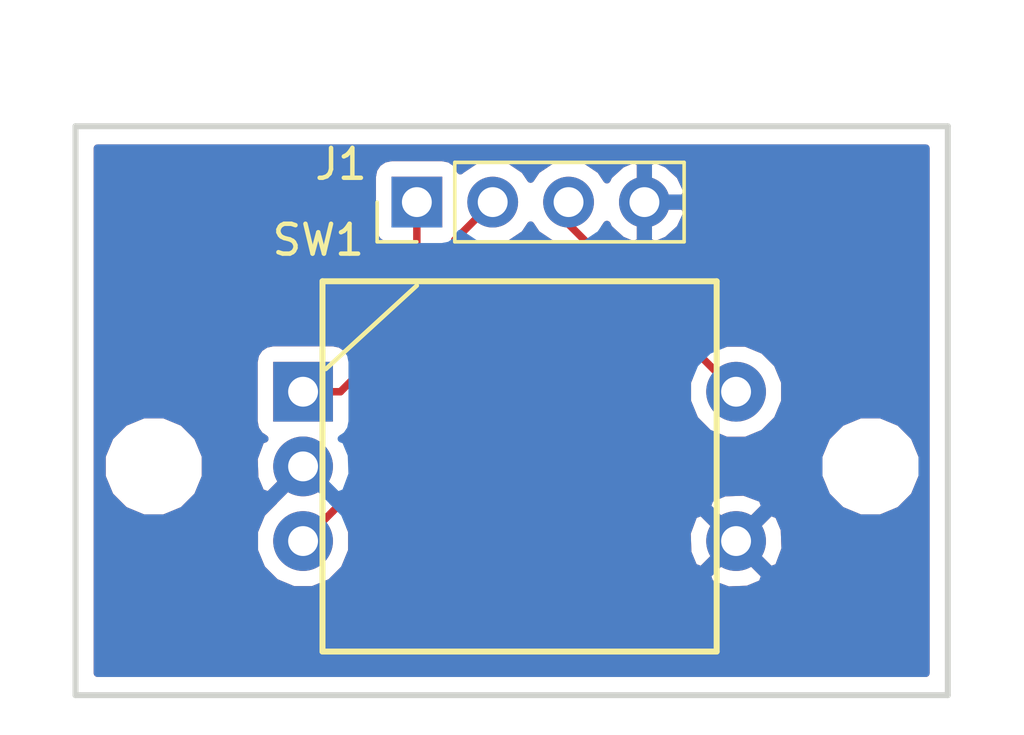
<source format=kicad_pcb>
(kicad_pcb (version 20171130) (host pcbnew "(5.0.2)-1")

  (general
    (thickness 1.6)
    (drawings 4)
    (tracks 9)
    (zones 0)
    (modules 4)
    (nets 5)
  )

  (page A4)
  (layers
    (0 F.Cu signal)
    (31 B.Cu signal)
    (32 B.Adhes user)
    (33 F.Adhes user)
    (34 B.Paste user)
    (35 F.Paste user)
    (36 B.SilkS user)
    (37 F.SilkS user)
    (38 B.Mask user)
    (39 F.Mask user)
    (40 Dwgs.User user)
    (41 Cmts.User user)
    (42 Eco1.User user)
    (43 Eco2.User user)
    (44 Edge.Cuts user)
    (45 Margin user)
    (46 B.CrtYd user)
    (47 F.CrtYd user)
    (48 B.Fab user)
    (49 F.Fab user)
  )

  (setup
    (last_trace_width 0.25)
    (trace_clearance 0.2)
    (zone_clearance 0.508)
    (zone_45_only no)
    (trace_min 0.2)
    (segment_width 0.2)
    (edge_width 0.2)
    (via_size 0.8)
    (via_drill 0.4)
    (via_min_size 0.4)
    (via_min_drill 0.3)
    (uvia_size 0.3)
    (uvia_drill 0.1)
    (uvias_allowed no)
    (uvia_min_size 0.2)
    (uvia_min_drill 0.1)
    (pcb_text_width 0.3)
    (pcb_text_size 1.5 1.5)
    (mod_edge_width 0.15)
    (mod_text_size 1 1)
    (mod_text_width 0.15)
    (pad_size 2.1 2)
    (pad_drill 0)
    (pad_to_mask_clearance 0.051)
    (solder_mask_min_width 0.25)
    (aux_axis_origin 0 0)
    (grid_origin 141.324001 100.33)
    (visible_elements FFFFFF7F)
    (pcbplotparams
      (layerselection 0x010fc_ffffffff)
      (usegerberextensions false)
      (usegerberattributes false)
      (usegerberadvancedattributes false)
      (creategerberjobfile false)
      (excludeedgelayer true)
      (linewidth 0.100000)
      (plotframeref false)
      (viasonmask false)
      (mode 1)
      (useauxorigin false)
      (hpglpennumber 1)
      (hpglpenspeed 20)
      (hpglpendiameter 15.000000)
      (psnegative false)
      (psa4output false)
      (plotreference true)
      (plotvalue true)
      (plotinvisibletext false)
      (padsonsilk false)
      (subtractmaskfromsilk false)
      (outputformat 1)
      (mirror false)
      (drillshape 1)
      (scaleselection 1)
      (outputdirectory ""))
  )

  (net 0 "")
  (net 1 /A)
  (net 2 /GND)
  (net 3 /B)
  (net 4 /SW)

  (net_class Default "This is the default net class."
    (clearance 0.2)
    (trace_width 0.25)
    (via_dia 0.8)
    (via_drill 0.4)
    (uvia_dia 0.3)
    (uvia_drill 0.1)
    (add_net /A)
    (add_net /B)
    (add_net /GND)
    (add_net /SW)
  )

  (module MountingHole:MountingHole_2.2mm_M2 (layer F.Cu) (tedit 5C76A497) (tstamp 5C76AD1F)
    (at 136.324001 102.83)
    (descr "Mounting Hole 2.2mm, no annular, M2")
    (tags "mounting hole 2.2mm no annular m2")
    (path /5C76A78E)
    (attr virtual)
    (fp_text reference H1 (at 0 -3.2) (layer F.SilkS) hide
      (effects (font (size 1 1) (thickness 0.15)))
    )
    (fp_text value MountingHole (at 0 3.2) (layer F.Fab)
      (effects (font (size 1 1) (thickness 0.15)))
    )
    (fp_text user %R (at 0.3 0) (layer F.Fab)
      (effects (font (size 1 1) (thickness 0.15)))
    )
    (fp_circle (center 0 0) (end 2.2 0) (layer Cmts.User) (width 0.15))
    (fp_circle (center 0 0) (end 2.45 0) (layer F.CrtYd) (width 0.05))
    (pad 1 np_thru_hole circle (at 0 0) (size 2.2 2.2) (drill 2.2) (layers *.Cu *.Mask))
  )

  (module MountingHole:MountingHole_2.2mm_M2 (layer F.Cu) (tedit 5C76A494) (tstamp 5C76AD27)
    (at 160.324001 102.83)
    (descr "Mounting Hole 2.2mm, no annular, M2")
    (tags "mounting hole 2.2mm no annular m2")
    (path /5C76A7FA)
    (attr virtual)
    (fp_text reference H2 (at 0 -3.2) (layer F.SilkS) hide
      (effects (font (size 1 1) (thickness 0.15)))
    )
    (fp_text value MountingHole (at 0 3.2) (layer F.Fab)
      (effects (font (size 1 1) (thickness 0.15)))
    )
    (fp_circle (center 0 0) (end 2.45 0) (layer F.CrtYd) (width 0.05))
    (fp_circle (center 0 0) (end 2.2 0) (layer Cmts.User) (width 0.15))
    (fp_text user %R (at 0.3 0) (layer F.Fab)
      (effects (font (size 1 1) (thickness 0.15)))
    )
    (pad 1 np_thru_hole circle (at 0 0) (size 2.2 2.2) (drill 2.2) (layers *.Cu *.Mask))
  )

  (module User:EC12B24S2033ZZZ (layer F.Cu) (tedit 5C77C520) (tstamp 5C76AD3B)
    (at 141.324001 100.33)
    (path /5C766288)
    (fp_text reference SW1 (at 0.508 -5.08) (layer F.SilkS)
      (effects (font (size 1 1) (thickness 0.15)))
    )
    (fp_text value Rotary_Encoder_Switch (at 7.366 10.668) (layer F.Fab)
      (effects (font (size 1 1) (thickness 0.15)))
    )
    (fp_line (start -1.524 9.398) (end 15.748 9.398) (layer F.CrtYd) (width 0.2))
    (fp_line (start -1.524 -4.318) (end 15.748 -4.318) (layer F.CrtYd) (width 0.2))
    (fp_line (start -1.524 9.398) (end -1.524 -4.318) (layer F.CrtYd) (width 0.2))
    (fp_line (start 15.748 9.398) (end 15.748 -4.318) (layer F.CrtYd) (width 0.2))
    (fp_line (start 0.65 -3.7) (end 13.85 -3.7) (layer F.SilkS) (width 0.2))
    (fp_line (start 13.85 8.7) (end 13.85 -3.7) (layer F.SilkS) (width 0.2))
    (fp_line (start 0.65 8.7) (end 0.65 -3.7) (layer F.SilkS) (width 0.2))
    (fp_line (start 0.65 8.7) (end 13.85 8.7) (layer F.SilkS) (width 0.2))
    (fp_line (start 3.81 -3.556) (end 0.762 -0.762) (layer F.SilkS) (width 0.15))
    (pad A thru_hole rect (at 0 0) (size 2 2) (drill 1) (layers *.Cu *.Mask)
      (net 1 /A))
    (pad C thru_hole circle (at 0 2.5) (size 2 2) (drill 1) (layers *.Cu *.Mask)
      (net 2 /GND))
    (pad B thru_hole circle (at 0 5) (size 2 2) (drill 1) (layers *.Cu *.Mask)
      (net 3 /B))
    (pad S1 thru_hole circle (at 14.5 0) (size 2 2) (drill 1) (layers *.Cu *.Mask)
      (net 4 /SW))
    (pad S2 thru_hole circle (at 14.5 5) (size 2 2) (drill 1) (layers *.Cu *.Mask)
      (net 2 /GND))
    (pad "" smd rect (at 7.5 8.1) (size 2.1 2) (layers F.Cu F.Paste F.Mask)
      (net 2 /GND))
    (pad "" smd rect (at 7.5 -3.1) (size 2.1 2) (layers F.Cu F.Paste F.Mask)
      (net 2 /GND))
  )

  (module Connector_PinHeader_2.54mm:PinHeader_1x04_P2.54mm_Vertical (layer F.Cu) (tedit 59FED5CC) (tstamp 5C77FB54)
    (at 145.134001 93.98 90)
    (descr "Through hole straight pin header, 1x04, 2.54mm pitch, single row")
    (tags "Through hole pin header THT 1x04 2.54mm single row")
    (path /5C76A352)
    (fp_text reference J1 (at 1.27 -2.54 180) (layer F.SilkS)
      (effects (font (size 1 1) (thickness 0.15)))
    )
    (fp_text value Conn_01x04_Male (at 0 9.95 90) (layer F.Fab)
      (effects (font (size 1 1) (thickness 0.15)))
    )
    (fp_line (start -0.635 -1.27) (end 1.27 -1.27) (layer F.Fab) (width 0.1))
    (fp_line (start 1.27 -1.27) (end 1.27 8.89) (layer F.Fab) (width 0.1))
    (fp_line (start 1.27 8.89) (end -1.27 8.89) (layer F.Fab) (width 0.1))
    (fp_line (start -1.27 8.89) (end -1.27 -0.635) (layer F.Fab) (width 0.1))
    (fp_line (start -1.27 -0.635) (end -0.635 -1.27) (layer F.Fab) (width 0.1))
    (fp_line (start -1.33 8.95) (end 1.33 8.95) (layer F.SilkS) (width 0.12))
    (fp_line (start -1.33 1.27) (end -1.33 8.95) (layer F.SilkS) (width 0.12))
    (fp_line (start 1.33 1.27) (end 1.33 8.95) (layer F.SilkS) (width 0.12))
    (fp_line (start -1.33 1.27) (end 1.33 1.27) (layer F.SilkS) (width 0.12))
    (fp_line (start -1.33 0) (end -1.33 -1.33) (layer F.SilkS) (width 0.12))
    (fp_line (start -1.33 -1.33) (end 0 -1.33) (layer F.SilkS) (width 0.12))
    (fp_line (start -1.8 -1.8) (end -1.8 9.4) (layer F.CrtYd) (width 0.05))
    (fp_line (start -1.8 9.4) (end 1.8 9.4) (layer F.CrtYd) (width 0.05))
    (fp_line (start 1.8 9.4) (end 1.8 -1.8) (layer F.CrtYd) (width 0.05))
    (fp_line (start 1.8 -1.8) (end -1.8 -1.8) (layer F.CrtYd) (width 0.05))
    (fp_text user %R (at 0 3.81 180) (layer F.Fab)
      (effects (font (size 1 1) (thickness 0.15)))
    )
    (pad 1 thru_hole rect (at 0 0 90) (size 1.7 1.7) (drill 1) (layers *.Cu *.Mask)
      (net 1 /A))
    (pad 2 thru_hole oval (at 0 2.54 90) (size 1.7 1.7) (drill 1) (layers *.Cu *.Mask)
      (net 3 /B))
    (pad 3 thru_hole oval (at 0 5.08 90) (size 1.7 1.7) (drill 1) (layers *.Cu *.Mask)
      (net 4 /SW))
    (pad 4 thru_hole oval (at 0 7.62 90) (size 1.7 1.7) (drill 1) (layers *.Cu *.Mask)
      (net 2 /GND))
    (model ${KISYS3DMOD}/Connector_PinHeader_2.54mm.3dshapes/PinHeader_1x04_P2.54mm_Vertical.wrl
      (at (xyz 0 0 0))
      (scale (xyz 1 1 1))
      (rotate (xyz 0 0 0))
    )
  )

  (gr_line (start 133.704001 110.49) (end 133.704001 91.44) (layer Edge.Cuts) (width 0.2))
  (gr_line (start 162.914001 110.49) (end 133.704001 110.49) (layer Edge.Cuts) (width 0.2))
  (gr_line (start 162.914001 91.44) (end 162.914001 110.49) (layer Edge.Cuts) (width 0.2))
  (gr_line (start 133.704001 91.44) (end 162.914001 91.44) (layer Edge.Cuts) (width 0.2))

  (segment (start 142.574001 100.33) (end 141.324001 100.33) (width 0.25) (layer F.Cu) (net 1))
  (segment (start 145.134001 97.77) (end 142.574001 100.33) (width 0.25) (layer F.Cu) (net 1))
  (segment (start 145.134001 93.98) (end 145.134001 97.77) (width 0.25) (layer F.Cu) (net 1))
  (segment (start 142.324 104.330001) (end 141.324001 105.33) (width 0.25) (layer F.Cu) (net 3))
  (segment (start 146.404001 100.25) (end 142.324 104.330001) (width 0.25) (layer F.Cu) (net 3))
  (segment (start 146.404001 95.25) (end 146.404001 100.25) (width 0.25) (layer F.Cu) (net 3))
  (segment (start 147.674001 93.98) (end 146.404001 95.25) (width 0.25) (layer F.Cu) (net 3))
  (segment (start 150.214001 94.72) (end 150.214001 93.98) (width 0.25) (layer F.Cu) (net 4))
  (segment (start 155.824001 100.33) (end 150.214001 94.72) (width 0.25) (layer F.Cu) (net 4))

  (zone (net 2) (net_name /GND) (layer F.Cu) (tstamp 0) (hatch edge 0.508)
    (connect_pads (clearance 0.508))
    (min_thickness 0.254)
    (fill yes (arc_segments 16) (thermal_gap 0.508) (thermal_bridge_width 0.508))
    (polygon
      (pts
        (xy 133.704001 91.44) (xy 162.914001 91.44) (xy 162.914001 110.49) (xy 133.704001 110.49)
      )
    )
    (filled_polygon
      (pts
        (xy 162.179002 109.755) (xy 150.426701 109.755) (xy 150.509001 109.55631) (xy 150.509001 108.71575) (xy 150.350251 108.557)
        (xy 148.951001 108.557) (xy 148.951001 108.577) (xy 148.697001 108.577) (xy 148.697001 108.557) (xy 147.297751 108.557)
        (xy 147.139001 108.71575) (xy 147.139001 109.55631) (xy 147.221301 109.755) (xy 134.439001 109.755) (xy 134.439001 107.30369)
        (xy 147.139001 107.30369) (xy 147.139001 108.14425) (xy 147.297751 108.303) (xy 148.697001 108.303) (xy 148.697001 106.95375)
        (xy 148.951001 106.95375) (xy 148.951001 108.303) (xy 150.350251 108.303) (xy 150.509001 108.14425) (xy 150.509001 107.30369)
        (xy 150.412328 107.070301) (xy 150.233699 106.891673) (xy 150.00031 106.795) (xy 149.109751 106.795) (xy 148.951001 106.95375)
        (xy 148.697001 106.95375) (xy 148.538251 106.795) (xy 147.647692 106.795) (xy 147.414303 106.891673) (xy 147.235674 107.070301)
        (xy 147.139001 107.30369) (xy 134.439001 107.30369) (xy 134.439001 102.484887) (xy 134.589001 102.484887) (xy 134.589001 103.175113)
        (xy 134.853139 103.812799) (xy 135.341202 104.300862) (xy 135.978888 104.565) (xy 136.669114 104.565) (xy 137.3068 104.300862)
        (xy 137.794863 103.812799) (xy 138.059001 103.175113) (xy 138.059001 102.484887) (xy 137.794863 101.847201) (xy 137.3068 101.359138)
        (xy 136.669114 101.095) (xy 135.978888 101.095) (xy 135.341202 101.359138) (xy 134.853139 101.847201) (xy 134.589001 102.484887)
        (xy 134.439001 102.484887) (xy 134.439001 99.33) (xy 139.676561 99.33) (xy 139.676561 101.33) (xy 139.725844 101.577765)
        (xy 139.866192 101.787809) (xy 140.041672 101.905062) (xy 139.904614 101.955736) (xy 139.678093 102.565461) (xy 139.702145 103.21546)
        (xy 139.904614 103.704264) (xy 140.171469 103.802927) (xy 141.144396 102.83) (xy 141.130254 102.815858) (xy 141.309859 102.636253)
        (xy 141.324001 102.650395) (xy 141.338144 102.636253) (xy 141.517749 102.815858) (xy 141.503606 102.83) (xy 141.517749 102.844143)
        (xy 141.338144 103.023748) (xy 141.324001 103.009605) (xy 140.351074 103.982532) (xy 140.353276 103.988486) (xy 139.937915 104.403847)
        (xy 139.689001 105.004778) (xy 139.689001 105.655222) (xy 139.937915 106.256153) (xy 140.397848 106.716086) (xy 140.998779 106.965)
        (xy 141.649223 106.965) (xy 142.250154 106.716086) (xy 142.483708 106.482532) (xy 154.851074 106.482532) (xy 154.949737 106.749387)
        (xy 155.559462 106.975908) (xy 156.209461 106.951856) (xy 156.698265 106.749387) (xy 156.796928 106.482532) (xy 155.824001 105.509605)
        (xy 154.851074 106.482532) (xy 142.483708 106.482532) (xy 142.710087 106.256153) (xy 142.959001 105.655222) (xy 142.959001 105.065461)
        (xy 154.178093 105.065461) (xy 154.202145 105.71546) (xy 154.404614 106.204264) (xy 154.671469 106.302927) (xy 155.644396 105.33)
        (xy 156.003606 105.33) (xy 156.976533 106.302927) (xy 157.243388 106.204264) (xy 157.469909 105.594539) (xy 157.445857 104.94454)
        (xy 157.243388 104.455736) (xy 156.976533 104.357073) (xy 156.003606 105.33) (xy 155.644396 105.33) (xy 154.671469 104.357073)
        (xy 154.404614 104.455736) (xy 154.178093 105.065461) (xy 142.959001 105.065461) (xy 142.959001 105.004778) (xy 142.890178 104.838625)
        (xy 142.914329 104.814474) (xy 142.914331 104.814471) (xy 143.551334 104.177468) (xy 154.851074 104.177468) (xy 155.824001 105.150395)
        (xy 156.796928 104.177468) (xy 156.698265 103.910613) (xy 156.08854 103.684092) (xy 155.438541 103.708144) (xy 154.949737 103.910613)
        (xy 154.851074 104.177468) (xy 143.551334 104.177468) (xy 145.243915 102.484887) (xy 158.589001 102.484887) (xy 158.589001 103.175113)
        (xy 158.853139 103.812799) (xy 159.341202 104.300862) (xy 159.978888 104.565) (xy 160.669114 104.565) (xy 161.3068 104.300862)
        (xy 161.794863 103.812799) (xy 162.059001 103.175113) (xy 162.059001 102.484887) (xy 161.794863 101.847201) (xy 161.3068 101.359138)
        (xy 160.669114 101.095) (xy 159.978888 101.095) (xy 159.341202 101.359138) (xy 158.853139 101.847201) (xy 158.589001 102.484887)
        (xy 145.243915 102.484887) (xy 146.888474 100.840329) (xy 146.95193 100.797929) (xy 147.066451 100.626537) (xy 147.119905 100.546538)
        (xy 147.129481 100.498395) (xy 147.164001 100.324852) (xy 147.164001 100.324848) (xy 147.178889 100.25) (xy 147.164001 100.175152)
        (xy 147.164001 98.416665) (xy 147.235674 98.589699) (xy 147.414303 98.768327) (xy 147.647692 98.865) (xy 148.538251 98.865)
        (xy 148.697001 98.70625) (xy 148.697001 97.357) (xy 148.951001 97.357) (xy 148.951001 98.70625) (xy 149.109751 98.865)
        (xy 150.00031 98.865) (xy 150.233699 98.768327) (xy 150.412328 98.589699) (xy 150.509001 98.35631) (xy 150.509001 97.51575)
        (xy 150.350251 97.357) (xy 148.951001 97.357) (xy 148.697001 97.357) (xy 148.677001 97.357) (xy 148.677001 97.103)
        (xy 148.697001 97.103) (xy 148.697001 95.75375) (xy 148.538251 95.595) (xy 147.647692 95.595) (xy 147.414303 95.691673)
        (xy 147.235674 95.870301) (xy 147.164001 96.043335) (xy 147.164001 95.564801) (xy 147.307593 95.421209) (xy 147.527745 95.465)
        (xy 147.820257 95.465) (xy 148.253419 95.378839) (xy 148.744626 95.050625) (xy 148.944001 94.752239) (xy 149.143376 95.050625)
        (xy 149.634583 95.378839) (xy 149.838625 95.419425) (xy 150.024022 95.604822) (xy 150.00031 95.595) (xy 149.109751 95.595)
        (xy 148.951001 95.75375) (xy 148.951001 97.103) (xy 150.350251 97.103) (xy 150.509001 96.94425) (xy 150.509001 96.10369)
        (xy 150.49918 96.07998) (xy 154.257824 99.838625) (xy 154.189001 100.004778) (xy 154.189001 100.655222) (xy 154.437915 101.256153)
        (xy 154.897848 101.716086) (xy 155.498779 101.965) (xy 156.149223 101.965) (xy 156.750154 101.716086) (xy 157.210087 101.256153)
        (xy 157.459001 100.655222) (xy 157.459001 100.004778) (xy 157.210087 99.403847) (xy 156.750154 98.943914) (xy 156.149223 98.695)
        (xy 155.498779 98.695) (xy 155.332626 98.763823) (xy 151.418729 94.849926) (xy 151.497844 94.731522) (xy 151.558818 94.861358)
        (xy 151.987077 95.251645) (xy 152.397111 95.421476) (xy 152.627001 95.300155) (xy 152.627001 94.107) (xy 152.881001 94.107)
        (xy 152.881001 95.300155) (xy 153.110891 95.421476) (xy 153.520925 95.251645) (xy 153.949184 94.861358) (xy 154.195487 94.336892)
        (xy 154.07482 94.107) (xy 152.881001 94.107) (xy 152.627001 94.107) (xy 152.607001 94.107) (xy 152.607001 93.853)
        (xy 152.627001 93.853) (xy 152.627001 92.659845) (xy 152.881001 92.659845) (xy 152.881001 93.853) (xy 154.07482 93.853)
        (xy 154.195487 93.623108) (xy 153.949184 93.098642) (xy 153.520925 92.708355) (xy 153.110891 92.538524) (xy 152.881001 92.659845)
        (xy 152.627001 92.659845) (xy 152.397111 92.538524) (xy 151.987077 92.708355) (xy 151.558818 93.098642) (xy 151.497844 93.228478)
        (xy 151.284626 92.909375) (xy 150.793419 92.581161) (xy 150.360257 92.495) (xy 150.067745 92.495) (xy 149.634583 92.581161)
        (xy 149.143376 92.909375) (xy 148.944001 93.207761) (xy 148.744626 92.909375) (xy 148.253419 92.581161) (xy 147.820257 92.495)
        (xy 147.527745 92.495) (xy 147.094583 92.581161) (xy 146.603376 92.909375) (xy 146.591185 92.927619) (xy 146.582158 92.882235)
        (xy 146.44181 92.672191) (xy 146.231766 92.531843) (xy 145.984001 92.48256) (xy 144.284001 92.48256) (xy 144.036236 92.531843)
        (xy 143.826192 92.672191) (xy 143.685844 92.882235) (xy 143.636561 93.13) (xy 143.636561 94.83) (xy 143.685844 95.077765)
        (xy 143.826192 95.287809) (xy 144.036236 95.428157) (xy 144.284001 95.47744) (xy 144.374001 95.47744) (xy 144.374002 97.455197)
        (xy 142.851985 98.977215) (xy 142.78181 98.872191) (xy 142.571766 98.731843) (xy 142.324001 98.68256) (xy 140.324001 98.68256)
        (xy 140.076236 98.731843) (xy 139.866192 98.872191) (xy 139.725844 99.082235) (xy 139.676561 99.33) (xy 134.439001 99.33)
        (xy 134.439001 92.175) (xy 162.179001 92.175)
      )
    )
  )
  (zone (net 2) (net_name /GND) (layer B.Cu) (tstamp 0) (hatch edge 0.508)
    (connect_pads (clearance 0.508))
    (min_thickness 0.254)
    (fill yes (arc_segments 16) (thermal_gap 0.508) (thermal_bridge_width 0.508))
    (polygon
      (pts
        (xy 133.704001 91.44) (xy 162.914001 91.44) (xy 162.914001 110.49) (xy 133.704001 110.49)
      )
    )
    (filled_polygon
      (pts
        (xy 162.179002 109.755) (xy 134.439001 109.755) (xy 134.439001 105.004778) (xy 139.689001 105.004778) (xy 139.689001 105.655222)
        (xy 139.937915 106.256153) (xy 140.397848 106.716086) (xy 140.998779 106.965) (xy 141.649223 106.965) (xy 142.250154 106.716086)
        (xy 142.483708 106.482532) (xy 154.851074 106.482532) (xy 154.949737 106.749387) (xy 155.559462 106.975908) (xy 156.209461 106.951856)
        (xy 156.698265 106.749387) (xy 156.796928 106.482532) (xy 155.824001 105.509605) (xy 154.851074 106.482532) (xy 142.483708 106.482532)
        (xy 142.710087 106.256153) (xy 142.959001 105.655222) (xy 142.959001 105.065461) (xy 154.178093 105.065461) (xy 154.202145 105.71546)
        (xy 154.404614 106.204264) (xy 154.671469 106.302927) (xy 155.644396 105.33) (xy 156.003606 105.33) (xy 156.976533 106.302927)
        (xy 157.243388 106.204264) (xy 157.469909 105.594539) (xy 157.445857 104.94454) (xy 157.243388 104.455736) (xy 156.976533 104.357073)
        (xy 156.003606 105.33) (xy 155.644396 105.33) (xy 154.671469 104.357073) (xy 154.404614 104.455736) (xy 154.178093 105.065461)
        (xy 142.959001 105.065461) (xy 142.959001 105.004778) (xy 142.710087 104.403847) (xy 142.483708 104.177468) (xy 154.851074 104.177468)
        (xy 155.824001 105.150395) (xy 156.796928 104.177468) (xy 156.698265 103.910613) (xy 156.08854 103.684092) (xy 155.438541 103.708144)
        (xy 154.949737 103.910613) (xy 154.851074 104.177468) (xy 142.483708 104.177468) (xy 142.294726 103.988486) (xy 142.296928 103.982532)
        (xy 141.324001 103.009605) (xy 140.351074 103.982532) (xy 140.353276 103.988486) (xy 139.937915 104.403847) (xy 139.689001 105.004778)
        (xy 134.439001 105.004778) (xy 134.439001 102.484887) (xy 134.589001 102.484887) (xy 134.589001 103.175113) (xy 134.853139 103.812799)
        (xy 135.341202 104.300862) (xy 135.978888 104.565) (xy 136.669114 104.565) (xy 137.3068 104.300862) (xy 137.794863 103.812799)
        (xy 138.059001 103.175113) (xy 138.059001 102.484887) (xy 137.794863 101.847201) (xy 137.3068 101.359138) (xy 136.669114 101.095)
        (xy 135.978888 101.095) (xy 135.341202 101.359138) (xy 134.853139 101.847201) (xy 134.589001 102.484887) (xy 134.439001 102.484887)
        (xy 134.439001 99.33) (xy 139.676561 99.33) (xy 139.676561 101.33) (xy 139.725844 101.577765) (xy 139.866192 101.787809)
        (xy 140.041672 101.905062) (xy 139.904614 101.955736) (xy 139.678093 102.565461) (xy 139.702145 103.21546) (xy 139.904614 103.704264)
        (xy 140.171469 103.802927) (xy 141.144396 102.83) (xy 141.130254 102.815858) (xy 141.309859 102.636253) (xy 141.324001 102.650395)
        (xy 141.338144 102.636253) (xy 141.517749 102.815858) (xy 141.503606 102.83) (xy 142.476533 103.802927) (xy 142.743388 103.704264)
        (xy 142.969909 103.094539) (xy 142.94735 102.484887) (xy 158.589001 102.484887) (xy 158.589001 103.175113) (xy 158.853139 103.812799)
        (xy 159.341202 104.300862) (xy 159.978888 104.565) (xy 160.669114 104.565) (xy 161.3068 104.300862) (xy 161.794863 103.812799)
        (xy 162.059001 103.175113) (xy 162.059001 102.484887) (xy 161.794863 101.847201) (xy 161.3068 101.359138) (xy 160.669114 101.095)
        (xy 159.978888 101.095) (xy 159.341202 101.359138) (xy 158.853139 101.847201) (xy 158.589001 102.484887) (xy 142.94735 102.484887)
        (xy 142.945857 102.44454) (xy 142.743388 101.955736) (xy 142.60633 101.905062) (xy 142.78181 101.787809) (xy 142.922158 101.577765)
        (xy 142.971441 101.33) (xy 142.971441 100.004778) (xy 154.189001 100.004778) (xy 154.189001 100.655222) (xy 154.437915 101.256153)
        (xy 154.897848 101.716086) (xy 155.498779 101.965) (xy 156.149223 101.965) (xy 156.750154 101.716086) (xy 157.210087 101.256153)
        (xy 157.459001 100.655222) (xy 157.459001 100.004778) (xy 157.210087 99.403847) (xy 156.750154 98.943914) (xy 156.149223 98.695)
        (xy 155.498779 98.695) (xy 154.897848 98.943914) (xy 154.437915 99.403847) (xy 154.189001 100.004778) (xy 142.971441 100.004778)
        (xy 142.971441 99.33) (xy 142.922158 99.082235) (xy 142.78181 98.872191) (xy 142.571766 98.731843) (xy 142.324001 98.68256)
        (xy 140.324001 98.68256) (xy 140.076236 98.731843) (xy 139.866192 98.872191) (xy 139.725844 99.082235) (xy 139.676561 99.33)
        (xy 134.439001 99.33) (xy 134.439001 93.13) (xy 143.636561 93.13) (xy 143.636561 94.83) (xy 143.685844 95.077765)
        (xy 143.826192 95.287809) (xy 144.036236 95.428157) (xy 144.284001 95.47744) (xy 145.984001 95.47744) (xy 146.231766 95.428157)
        (xy 146.44181 95.287809) (xy 146.582158 95.077765) (xy 146.591185 95.032381) (xy 146.603376 95.050625) (xy 147.094583 95.378839)
        (xy 147.527745 95.465) (xy 147.820257 95.465) (xy 148.253419 95.378839) (xy 148.744626 95.050625) (xy 148.944001 94.752239)
        (xy 149.143376 95.050625) (xy 149.634583 95.378839) (xy 150.067745 95.465) (xy 150.360257 95.465) (xy 150.793419 95.378839)
        (xy 151.284626 95.050625) (xy 151.497844 94.731522) (xy 151.558818 94.861358) (xy 151.987077 95.251645) (xy 152.397111 95.421476)
        (xy 152.627001 95.300155) (xy 152.627001 94.107) (xy 152.881001 94.107) (xy 152.881001 95.300155) (xy 153.110891 95.421476)
        (xy 153.520925 95.251645) (xy 153.949184 94.861358) (xy 154.195487 94.336892) (xy 154.07482 94.107) (xy 152.881001 94.107)
        (xy 152.627001 94.107) (xy 152.607001 94.107) (xy 152.607001 93.853) (xy 152.627001 93.853) (xy 152.627001 92.659845)
        (xy 152.881001 92.659845) (xy 152.881001 93.853) (xy 154.07482 93.853) (xy 154.195487 93.623108) (xy 153.949184 93.098642)
        (xy 153.520925 92.708355) (xy 153.110891 92.538524) (xy 152.881001 92.659845) (xy 152.627001 92.659845) (xy 152.397111 92.538524)
        (xy 151.987077 92.708355) (xy 151.558818 93.098642) (xy 151.497844 93.228478) (xy 151.284626 92.909375) (xy 150.793419 92.581161)
        (xy 150.360257 92.495) (xy 150.067745 92.495) (xy 149.634583 92.581161) (xy 149.143376 92.909375) (xy 148.944001 93.207761)
        (xy 148.744626 92.909375) (xy 148.253419 92.581161) (xy 147.820257 92.495) (xy 147.527745 92.495) (xy 147.094583 92.581161)
        (xy 146.603376 92.909375) (xy 146.591185 92.927619) (xy 146.582158 92.882235) (xy 146.44181 92.672191) (xy 146.231766 92.531843)
        (xy 145.984001 92.48256) (xy 144.284001 92.48256) (xy 144.036236 92.531843) (xy 143.826192 92.672191) (xy 143.685844 92.882235)
        (xy 143.636561 93.13) (xy 134.439001 93.13) (xy 134.439001 92.175) (xy 162.179001 92.175)
      )
    )
  )
)

</source>
